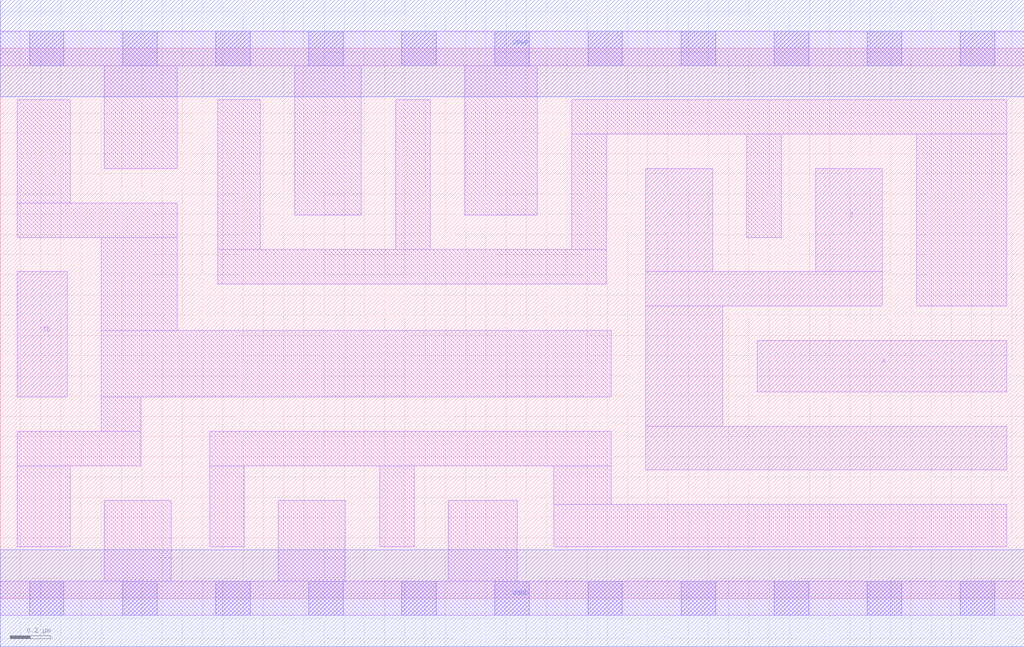
<source format=lef>
# Copyright 2020 The SkyWater PDK Authors
#
# Licensed under the Apache License, Version 2.0 (the "License");
# you may not use this file except in compliance with the License.
# You may obtain a copy of the License at
#
#     https://www.apache.org/licenses/LICENSE-2.0
#
# Unless required by applicable law or agreed to in writing, software
# distributed under the License is distributed on an "AS IS" BASIS,
# WITHOUT WARRANTIES OR CONDITIONS OF ANY KIND, either express or implied.
# See the License for the specific language governing permissions and
# limitations under the License.
#
# SPDX-License-Identifier: Apache-2.0

VERSION 5.7 ;
  NAMESCASESENSITIVE ON ;
  NOWIREEXTENSIONATPIN ON ;
  DIVIDERCHAR "/" ;
  BUSBITCHARS "[]" ;
UNITS
  DATABASE MICRONS 200 ;
END UNITS
MACRO sky130_fd_sc_hd__einvp_4
  CLASS CORE ;
  SOURCE USER ;
  FOREIGN sky130_fd_sc_hd__einvp_4 ;
  ORIGIN  0.000000  0.000000 ;
  SIZE  5.060000 BY  2.720000 ;
  SYMMETRY X Y R90 ;
  SITE unithd ;
  PIN A
    ANTENNAGATEAREA  0.990000 ;
    DIRECTION INPUT ;
    USE SIGNAL ;
    PORT
      LAYER li1 ;
        RECT 3.740000 1.020000 4.975000 1.275000 ;
    END
  END A
  PIN TE
    ANTENNAGATEAREA  0.637500 ;
    DIRECTION INPUT ;
    USE SIGNAL ;
    PORT
      LAYER li1 ;
        RECT 0.085000 0.995000 0.330000 1.615000 ;
    END
  END TE
  PIN Z
    ANTENNADIFFAREA  0.891000 ;
    DIRECTION OUTPUT ;
    USE SIGNAL ;
    PORT
      LAYER li1 ;
        RECT 3.190000 0.635000 4.975000 0.850000 ;
        RECT 3.190000 0.850000 3.570000 1.445000 ;
        RECT 3.190000 1.445000 4.360000 1.615000 ;
        RECT 3.190000 1.615000 3.520000 2.125000 ;
        RECT 4.030000 1.615000 4.360000 2.125000 ;
    END
  END Z
  PIN VGND
    DIRECTION INOUT ;
    SHAPE ABUTMENT ;
    USE GROUND ;
    PORT
      LAYER met1 ;
        RECT 0.000000 -0.240000 5.060000 0.240000 ;
    END
  END VGND
  PIN VPWR
    DIRECTION INOUT ;
    SHAPE ABUTMENT ;
    USE POWER ;
    PORT
      LAYER met1 ;
        RECT 0.000000 2.480000 5.060000 2.960000 ;
    END
  END VPWR
  OBS
    LAYER li1 ;
      RECT 0.000000 -0.085000 5.060000 0.085000 ;
      RECT 0.000000  2.635000 5.060000 2.805000 ;
      RECT 0.085000  0.255000 0.345000 0.655000 ;
      RECT 0.085000  0.655000 0.695000 0.825000 ;
      RECT 0.085000  1.785000 0.875000 1.955000 ;
      RECT 0.085000  1.955000 0.345000 2.465000 ;
      RECT 0.500000  0.825000 0.695000 0.995000 ;
      RECT 0.500000  0.995000 3.020000 1.325000 ;
      RECT 0.500000  1.325000 0.875000 1.785000 ;
      RECT 0.515000  0.085000 0.845000 0.485000 ;
      RECT 0.515000  2.125000 0.875000 2.635000 ;
      RECT 1.035000  0.255000 1.205000 0.655000 ;
      RECT 1.035000  0.655000 3.020000 0.825000 ;
      RECT 1.075000  1.555000 2.995000 1.725000 ;
      RECT 1.075000  1.725000 1.285000 2.465000 ;
      RECT 1.375000  0.085000 1.705000 0.485000 ;
      RECT 1.455000  1.895000 1.785000 2.635000 ;
      RECT 1.875000  0.255000 2.045000 0.655000 ;
      RECT 1.955000  1.725000 2.125000 2.465000 ;
      RECT 2.215000  0.085000 2.555000 0.485000 ;
      RECT 2.295000  1.895000 2.655000 2.635000 ;
      RECT 2.735000  0.255000 4.975000 0.465000 ;
      RECT 2.735000  0.465000 3.020000 0.655000 ;
      RECT 2.825000  1.725000 2.995000 2.295000 ;
      RECT 2.825000  2.295000 4.975000 2.465000 ;
      RECT 3.690000  1.785000 3.860000 2.295000 ;
      RECT 4.530000  1.445000 4.975000 2.295000 ;
    LAYER mcon ;
      RECT 0.145000 -0.085000 0.315000 0.085000 ;
      RECT 0.145000  2.635000 0.315000 2.805000 ;
      RECT 0.605000 -0.085000 0.775000 0.085000 ;
      RECT 0.605000  2.635000 0.775000 2.805000 ;
      RECT 1.065000 -0.085000 1.235000 0.085000 ;
      RECT 1.065000  2.635000 1.235000 2.805000 ;
      RECT 1.525000 -0.085000 1.695000 0.085000 ;
      RECT 1.525000  2.635000 1.695000 2.805000 ;
      RECT 1.985000 -0.085000 2.155000 0.085000 ;
      RECT 1.985000  2.635000 2.155000 2.805000 ;
      RECT 2.445000 -0.085000 2.615000 0.085000 ;
      RECT 2.445000  2.635000 2.615000 2.805000 ;
      RECT 2.905000 -0.085000 3.075000 0.085000 ;
      RECT 2.905000  2.635000 3.075000 2.805000 ;
      RECT 3.365000 -0.085000 3.535000 0.085000 ;
      RECT 3.365000  2.635000 3.535000 2.805000 ;
      RECT 3.825000 -0.085000 3.995000 0.085000 ;
      RECT 3.825000  2.635000 3.995000 2.805000 ;
      RECT 4.285000 -0.085000 4.455000 0.085000 ;
      RECT 4.285000  2.635000 4.455000 2.805000 ;
      RECT 4.745000 -0.085000 4.915000 0.085000 ;
      RECT 4.745000  2.635000 4.915000 2.805000 ;
  END
END sky130_fd_sc_hd__einvp_4
END LIBRARY

</source>
